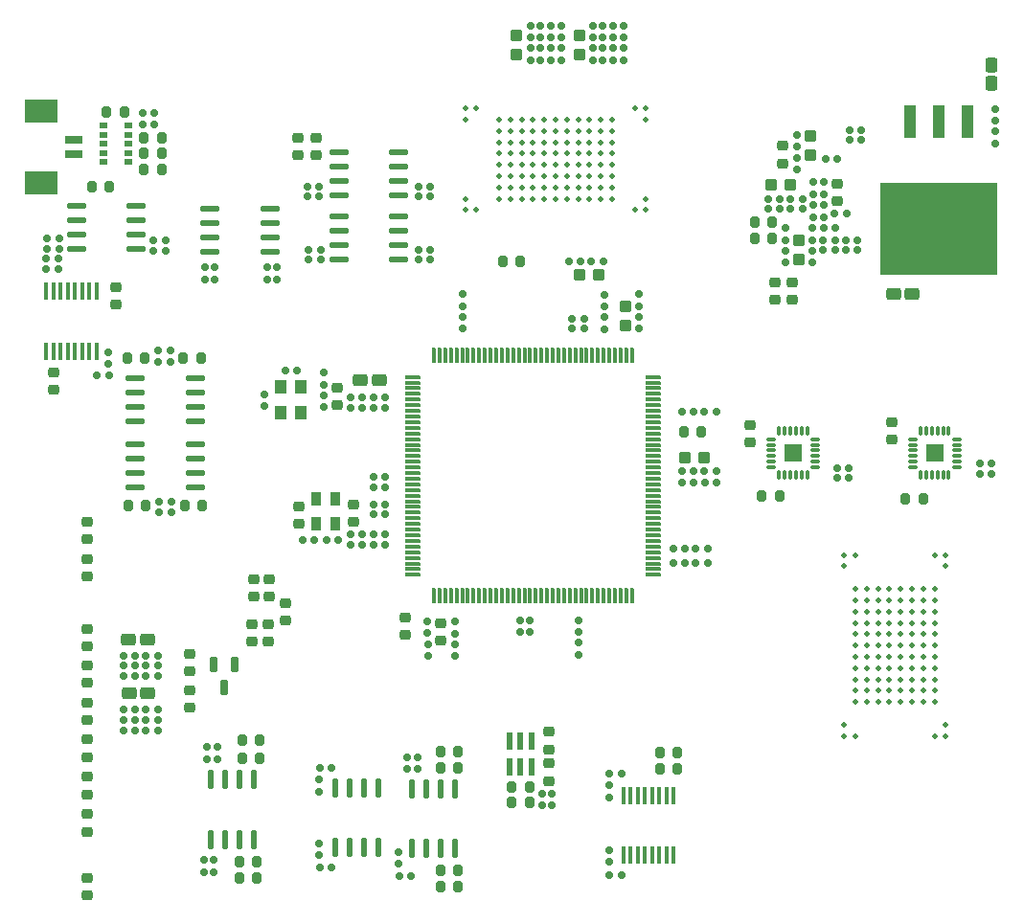
<source format=gbr>
G04*
G04 #@! TF.GenerationSoftware,Altium Limited,Altium Designer,24.9.1 (31)*
G04*
G04 Layer_Color=128*
%FSLAX44Y44*%
%MOMM*%
G71*
G04*
G04 #@! TF.SameCoordinates,53B56B76-3513-4A50-83E2-B057AF0B12CA*
G04*
G04*
G04 #@! TF.FilePolarity,Positive*
G04*
G01*
G75*
G04:AMPARAMS|DCode=23|XSize=0.95mm|YSize=0.85mm|CornerRadius=0.2125mm|HoleSize=0mm|Usage=FLASHONLY|Rotation=90.000|XOffset=0mm|YOffset=0mm|HoleType=Round|Shape=RoundedRectangle|*
%AMROUNDEDRECTD23*
21,1,0.9500,0.4250,0,0,90.0*
21,1,0.5250,0.8500,0,0,90.0*
1,1,0.4250,0.2125,0.2625*
1,1,0.4250,0.2125,-0.2625*
1,1,0.4250,-0.2125,-0.2625*
1,1,0.4250,-0.2125,0.2625*
%
%ADD23ROUNDEDRECTD23*%
G04:AMPARAMS|DCode=24|XSize=1.1mm|YSize=1mm|CornerRadius=0.25mm|HoleSize=0mm|Usage=FLASHONLY|Rotation=270.000|XOffset=0mm|YOffset=0mm|HoleType=Round|Shape=RoundedRectangle|*
%AMROUNDEDRECTD24*
21,1,1.1000,0.5000,0,0,270.0*
21,1,0.6000,1.0000,0,0,270.0*
1,1,0.5000,-0.2500,-0.3000*
1,1,0.5000,-0.2500,0.3000*
1,1,0.5000,0.2500,0.3000*
1,1,0.5000,0.2500,-0.3000*
%
%ADD24ROUNDEDRECTD24*%
G04:AMPARAMS|DCode=25|XSize=0.65mm|YSize=0.6mm|CornerRadius=0.15mm|HoleSize=0mm|Usage=FLASHONLY|Rotation=180.000|XOffset=0mm|YOffset=0mm|HoleType=Round|Shape=RoundedRectangle|*
%AMROUNDEDRECTD25*
21,1,0.6500,0.3000,0,0,180.0*
21,1,0.3500,0.6000,0,0,180.0*
1,1,0.3000,-0.1750,0.1500*
1,1,0.3000,0.1750,0.1500*
1,1,0.3000,0.1750,-0.1500*
1,1,0.3000,-0.1750,-0.1500*
%
%ADD25ROUNDEDRECTD25*%
G04:AMPARAMS|DCode=26|XSize=0.65mm|YSize=0.6mm|CornerRadius=0.15mm|HoleSize=0mm|Usage=FLASHONLY|Rotation=270.000|XOffset=0mm|YOffset=0mm|HoleType=Round|Shape=RoundedRectangle|*
%AMROUNDEDRECTD26*
21,1,0.6500,0.3000,0,0,270.0*
21,1,0.3500,0.6000,0,0,270.0*
1,1,0.3000,-0.1500,-0.1750*
1,1,0.3000,-0.1500,0.1750*
1,1,0.3000,0.1500,0.1750*
1,1,0.3000,0.1500,-0.1750*
%
%ADD26ROUNDEDRECTD26*%
%ADD27R,0.9500X1.2000*%
G04:AMPARAMS|DCode=28|XSize=1.64mm|YSize=0.59mm|CornerRadius=0.1475mm|HoleSize=0mm|Usage=FLASHONLY|Rotation=0.000|XOffset=0mm|YOffset=0mm|HoleType=Round|Shape=RoundedRectangle|*
%AMROUNDEDRECTD28*
21,1,1.6400,0.2950,0,0,0.0*
21,1,1.3450,0.5900,0,0,0.0*
1,1,0.2950,0.6725,-0.1475*
1,1,0.2950,-0.6725,-0.1475*
1,1,0.2950,-0.6725,0.1475*
1,1,0.2950,0.6725,0.1475*
%
%ADD28ROUNDEDRECTD28*%
G04:AMPARAMS|DCode=37|XSize=0.95mm|YSize=0.85mm|CornerRadius=0.2125mm|HoleSize=0mm|Usage=FLASHONLY|Rotation=180.000|XOffset=0mm|YOffset=0mm|HoleType=Round|Shape=RoundedRectangle|*
%AMROUNDEDRECTD37*
21,1,0.9500,0.4250,0,0,180.0*
21,1,0.5250,0.8500,0,0,180.0*
1,1,0.4250,-0.2625,0.2125*
1,1,0.4250,0.2625,0.2125*
1,1,0.4250,0.2625,-0.2125*
1,1,0.4250,-0.2625,-0.2125*
%
%ADD37ROUNDEDRECTD37*%
G04:AMPARAMS|DCode=52|XSize=1.1mm|YSize=1.3mm|CornerRadius=0.25mm|HoleSize=0mm|Usage=FLASHONLY|Rotation=180.000|XOffset=0mm|YOffset=0mm|HoleType=Round|Shape=RoundedRectangle|*
%AMROUNDEDRECTD52*
21,1,1.1000,0.8000,0,0,180.0*
21,1,0.6000,1.3000,0,0,180.0*
1,1,0.5000,-0.3000,0.4000*
1,1,0.5000,0.3000,0.4000*
1,1,0.5000,0.3000,-0.4000*
1,1,0.5000,-0.3000,-0.4000*
%
%ADD52ROUNDEDRECTD52*%
G04:AMPARAMS|DCode=144|XSize=1.6002mm|YSize=0.3556mm|CornerRadius=0.0889mm|HoleSize=0mm|Usage=FLASHONLY|Rotation=270.000|XOffset=0mm|YOffset=0mm|HoleType=Round|Shape=RoundedRectangle|*
%AMROUNDEDRECTD144*
21,1,1.6002,0.1778,0,0,270.0*
21,1,1.4224,0.3556,0,0,270.0*
1,1,0.1778,-0.0889,-0.7112*
1,1,0.1778,-0.0889,0.7112*
1,1,0.1778,0.0889,0.7112*
1,1,0.1778,0.0889,-0.7112*
%
%ADD144ROUNDEDRECTD144*%
G04:AMPARAMS|DCode=145|XSize=1.64mm|YSize=0.59mm|CornerRadius=0.1475mm|HoleSize=0mm|Usage=FLASHONLY|Rotation=270.000|XOffset=0mm|YOffset=0mm|HoleType=Round|Shape=RoundedRectangle|*
%AMROUNDEDRECTD145*
21,1,1.6400,0.2950,0,0,270.0*
21,1,1.3450,0.5900,0,0,270.0*
1,1,0.2950,-0.1475,-0.6725*
1,1,0.2950,-0.1475,0.6725*
1,1,0.2950,0.1475,0.6725*
1,1,0.2950,0.1475,-0.6725*
%
%ADD145ROUNDEDRECTD145*%
G04:AMPARAMS|DCode=146|XSize=1.1mm|YSize=1mm|CornerRadius=0.25mm|HoleSize=0mm|Usage=FLASHONLY|Rotation=0.000|XOffset=0mm|YOffset=0mm|HoleType=Round|Shape=RoundedRectangle|*
%AMROUNDEDRECTD146*
21,1,1.1000,0.5000,0,0,0.0*
21,1,0.6000,1.0000,0,0,0.0*
1,1,0.5000,0.3000,-0.2500*
1,1,0.5000,-0.3000,-0.2500*
1,1,0.5000,-0.3000,0.2500*
1,1,0.5000,0.3000,0.2500*
%
%ADD146ROUNDEDRECTD146*%
%ADD147R,10.4500X8.1000*%
%ADD148R,1.0000X3.0000*%
%ADD149C,0.4900*%
G04:AMPARAMS|DCode=150|XSize=0.8mm|YSize=0.26mm|CornerRadius=0.065mm|HoleSize=0mm|Usage=FLASHONLY|Rotation=180.000|XOffset=0mm|YOffset=0mm|HoleType=Round|Shape=RoundedRectangle|*
%AMROUNDEDRECTD150*
21,1,0.8000,0.1300,0,0,180.0*
21,1,0.6700,0.2600,0,0,180.0*
1,1,0.1300,-0.3350,0.0650*
1,1,0.1300,0.3350,0.0650*
1,1,0.1300,0.3350,-0.0650*
1,1,0.1300,-0.3350,-0.0650*
%
%ADD150ROUNDEDRECTD150*%
G04:AMPARAMS|DCode=151|XSize=0.26mm|YSize=0.8mm|CornerRadius=0.065mm|HoleSize=0mm|Usage=FLASHONLY|Rotation=180.000|XOffset=0mm|YOffset=0mm|HoleType=Round|Shape=RoundedRectangle|*
%AMROUNDEDRECTD151*
21,1,0.2600,0.6700,0,0,180.0*
21,1,0.1300,0.8000,0,0,180.0*
1,1,0.1300,-0.0650,0.3350*
1,1,0.1300,0.0650,0.3350*
1,1,0.1300,0.0650,-0.3350*
1,1,0.1300,-0.0650,-0.3350*
%
%ADD151ROUNDEDRECTD151*%
%ADD153R,0.8000X0.5000*%
G04:AMPARAMS|DCode=154|XSize=1.45mm|YSize=0.59mm|CornerRadius=0.0738mm|HoleSize=0mm|Usage=FLASHONLY|Rotation=90.000|XOffset=0mm|YOffset=0mm|HoleType=Round|Shape=RoundedRectangle|*
%AMROUNDEDRECTD154*
21,1,1.4500,0.4425,0,0,90.0*
21,1,1.3025,0.5900,0,0,90.0*
1,1,0.1475,0.2213,0.6513*
1,1,0.1475,0.2213,-0.6513*
1,1,0.1475,-0.2213,-0.6513*
1,1,0.1475,-0.2213,0.6513*
%
%ADD154ROUNDEDRECTD154*%
G04:AMPARAMS|DCode=155|XSize=0.35mm|YSize=1.35mm|CornerRadius=0.0875mm|HoleSize=0mm|Usage=FLASHONLY|Rotation=0.000|XOffset=0mm|YOffset=0mm|HoleType=Round|Shape=RoundedRectangle|*
%AMROUNDEDRECTD155*
21,1,0.3500,1.1750,0,0,0.0*
21,1,0.1750,1.3500,0,0,0.0*
1,1,0.1750,0.0875,-0.5875*
1,1,0.1750,-0.0875,-0.5875*
1,1,0.1750,-0.0875,0.5875*
1,1,0.1750,0.0875,0.5875*
%
%ADD155ROUNDEDRECTD155*%
G04:AMPARAMS|DCode=156|XSize=1.35mm|YSize=0.35mm|CornerRadius=0.0875mm|HoleSize=0mm|Usage=FLASHONLY|Rotation=0.000|XOffset=0mm|YOffset=0mm|HoleType=Round|Shape=RoundedRectangle|*
%AMROUNDEDRECTD156*
21,1,1.3500,0.1750,0,0,0.0*
21,1,1.1750,0.3500,0,0,0.0*
1,1,0.1750,0.5875,-0.0875*
1,1,0.1750,-0.5875,-0.0875*
1,1,0.1750,-0.5875,0.0875*
1,1,0.1750,0.5875,0.0875*
%
%ADD156ROUNDEDRECTD156*%
%ADD157R,1.1000X1.3000*%
G04:AMPARAMS|DCode=158|XSize=1.1mm|YSize=1.3mm|CornerRadius=0.25mm|HoleSize=0mm|Usage=FLASHONLY|Rotation=270.000|XOffset=0mm|YOffset=0mm|HoleType=Round|Shape=RoundedRectangle|*
%AMROUNDEDRECTD158*
21,1,1.1000,0.8000,0,0,270.0*
21,1,0.6000,1.3000,0,0,270.0*
1,1,0.5000,-0.4000,-0.3000*
1,1,0.5000,-0.4000,0.3000*
1,1,0.5000,0.4000,0.3000*
1,1,0.5000,0.4000,-0.3000*
%
%ADD158ROUNDEDRECTD158*%
%ADD159R,3.0000X2.1000*%
%ADD160R,1.6000X0.8000*%
G04:AMPARAMS|DCode=161|XSize=1.32mm|YSize=0.6mm|CornerRadius=0.075mm|HoleSize=0mm|Usage=FLASHONLY|Rotation=270.000|XOffset=0mm|YOffset=0mm|HoleType=Round|Shape=RoundedRectangle|*
%AMROUNDEDRECTD161*
21,1,1.3200,0.4500,0,0,270.0*
21,1,1.1700,0.6000,0,0,270.0*
1,1,0.1500,-0.2250,-0.5850*
1,1,0.1500,-0.2250,0.5850*
1,1,0.1500,0.2250,0.5850*
1,1,0.1500,0.2250,-0.5850*
%
%ADD161ROUNDEDRECTD161*%
%ADD188R,1.6128X1.6128*%
D23*
X597750Y221000D02*
D03*
X582250D02*
D03*
X127000Y584000D02*
D03*
X111500D02*
D03*
X603250Y519000D02*
D03*
X618750D02*
D03*
X687750Y462000D02*
D03*
X672250D02*
D03*
X814750Y460000D02*
D03*
X799250D02*
D03*
X443250Y670000D02*
D03*
X458750D02*
D03*
X80250Y736000D02*
D03*
X95750D02*
D03*
X141750Y779000D02*
D03*
X126250D02*
D03*
X141750Y751000D02*
D03*
X126250D02*
D03*
X141750Y765000D02*
D03*
X126250D02*
D03*
X93250Y801500D02*
D03*
X108750D02*
D03*
X451250Y205000D02*
D03*
X466750D02*
D03*
X451250Y191000D02*
D03*
X466750D02*
D03*
X161000Y584000D02*
D03*
X176500D02*
D03*
X162250Y454000D02*
D03*
X177750D02*
D03*
X112250D02*
D03*
X127750D02*
D03*
X666250Y704000D02*
D03*
X681750D02*
D03*
X666250Y690000D02*
D03*
X681750D02*
D03*
X228750Y230000D02*
D03*
X213250D02*
D03*
X225750Y139000D02*
D03*
X210250D02*
D03*
X228750Y246000D02*
D03*
X213250D02*
D03*
X225750Y124000D02*
D03*
X210250D02*
D03*
X403750Y222000D02*
D03*
X388250D02*
D03*
X403750Y131000D02*
D03*
X388250D02*
D03*
X403750Y236000D02*
D03*
X388250D02*
D03*
X403750Y117000D02*
D03*
X388250D02*
D03*
X597750Y235000D02*
D03*
X582250D02*
D03*
D24*
X551796Y629814D02*
D03*
Y612814D02*
D03*
X704990Y670994D02*
D03*
Y687995D02*
D03*
X715480Y763494D02*
D03*
Y780495D02*
D03*
X511000Y852500D02*
D03*
Y869500D02*
D03*
X455000D02*
D03*
Y852500D02*
D03*
D25*
X760500Y777000D02*
D03*
X750000D02*
D03*
X760500Y786000D02*
D03*
X750000D02*
D03*
X107750Y273000D02*
D03*
X118250D02*
D03*
Y264000D02*
D03*
X107750D02*
D03*
Y255000D02*
D03*
X118250D02*
D03*
X118250Y321000D02*
D03*
X107750D02*
D03*
Y312000D02*
D03*
X118250D02*
D03*
Y303000D02*
D03*
X107750D02*
D03*
X127750Y273000D02*
D03*
X138250D02*
D03*
Y264000D02*
D03*
X127750D02*
D03*
Y255000D02*
D03*
X138250D02*
D03*
X138250Y321000D02*
D03*
X127750D02*
D03*
Y312000D02*
D03*
X138250D02*
D03*
Y303000D02*
D03*
X127750D02*
D03*
X251000Y573000D02*
D03*
X261500D02*
D03*
X277000Y423000D02*
D03*
X266500D02*
D03*
X287500D02*
D03*
X298000D02*
D03*
X621796Y474000D02*
D03*
X632296D02*
D03*
X339250Y470000D02*
D03*
X328750D02*
D03*
Y446000D02*
D03*
X339250D02*
D03*
X308750Y419000D02*
D03*
X319250D02*
D03*
X624296Y403000D02*
D03*
X613796D02*
D03*
X621546Y537000D02*
D03*
X632046D02*
D03*
X515250Y619000D02*
D03*
X504750D02*
D03*
X308750Y549000D02*
D03*
X319250D02*
D03*
Y540000D02*
D03*
X308750D02*
D03*
X612296Y474000D02*
D03*
X601796D02*
D03*
X339250Y479000D02*
D03*
X328750D02*
D03*
Y455000D02*
D03*
X339250D02*
D03*
Y419000D02*
D03*
X328750D02*
D03*
X593796Y403000D02*
D03*
X604296D02*
D03*
X612046Y537000D02*
D03*
X601546D02*
D03*
X515250Y610000D02*
D03*
X504750D02*
D03*
X339250Y549000D02*
D03*
X328750D02*
D03*
Y540000D02*
D03*
X339250D02*
D03*
X308750Y428000D02*
D03*
X319250D02*
D03*
X621546Y484000D02*
D03*
X632046D02*
D03*
X624250Y416000D02*
D03*
X613750D02*
D03*
X328750Y428000D02*
D03*
X339250D02*
D03*
X601546Y484000D02*
D03*
X612046D02*
D03*
X604250Y416000D02*
D03*
X593750D02*
D03*
X379250Y736000D02*
D03*
X368750D02*
D03*
X281250Y736000D02*
D03*
X270750D02*
D03*
X368750Y727000D02*
D03*
X379250D02*
D03*
X270750Y727000D02*
D03*
X281250D02*
D03*
X271750Y680000D02*
D03*
X282250D02*
D03*
X368750D02*
D03*
X379250D02*
D03*
X282250Y671000D02*
D03*
X271750D02*
D03*
X379250Y671000D02*
D03*
X368750D02*
D03*
X40750Y690000D02*
D03*
X51250D02*
D03*
X40750Y681000D02*
D03*
X51250D02*
D03*
X134750Y688000D02*
D03*
X145250D02*
D03*
X134750Y679000D02*
D03*
X145250D02*
D03*
X95250Y569000D02*
D03*
X84750D02*
D03*
X40000Y672000D02*
D03*
X50500D02*
D03*
X40000Y663000D02*
D03*
X50500D02*
D03*
X281750Y222000D02*
D03*
X292250D02*
D03*
X281750Y134000D02*
D03*
X292250D02*
D03*
X548250Y127000D02*
D03*
X537750D02*
D03*
Y217000D02*
D03*
X548250D02*
D03*
X351750Y126000D02*
D03*
X362250D02*
D03*
X736990Y688494D02*
D03*
X726490D02*
D03*
Y679494D02*
D03*
X736990D02*
D03*
X726740Y699494D02*
D03*
X737240D02*
D03*
X697750Y716000D02*
D03*
X708250D02*
D03*
Y725000D02*
D03*
X697750D02*
D03*
X756990Y688494D02*
D03*
X746490D02*
D03*
Y679494D02*
D03*
X756990D02*
D03*
X736750Y712000D02*
D03*
X747250D02*
D03*
X677750Y716000D02*
D03*
X688250D02*
D03*
Y725000D02*
D03*
X677750D02*
D03*
X739250Y760000D02*
D03*
X728750D02*
D03*
X149250Y591000D02*
D03*
X138750D02*
D03*
Y581000D02*
D03*
X149250D02*
D03*
X139750Y457000D02*
D03*
X150250D02*
D03*
X139750Y448000D02*
D03*
X150250D02*
D03*
X135250Y800500D02*
D03*
X124750D02*
D03*
X135250Y791000D02*
D03*
X124750D02*
D03*
X501750Y669797D02*
D03*
X512250D02*
D03*
X532250D02*
D03*
X521750D02*
D03*
X875250Y482000D02*
D03*
X864750D02*
D03*
X875250Y491000D02*
D03*
X864750D02*
D03*
X749250Y478000D02*
D03*
X738750D02*
D03*
X749250Y487000D02*
D03*
X738750D02*
D03*
D26*
X285000Y560750D02*
D03*
Y571250D02*
D03*
Y551250D02*
D03*
Y540750D02*
D03*
X233000Y541750D02*
D03*
Y552250D02*
D03*
X377000Y331250D02*
D03*
Y320750D02*
D03*
X467000Y352250D02*
D03*
Y341750D02*
D03*
X510000Y332250D02*
D03*
Y321750D02*
D03*
X407796Y640564D02*
D03*
Y630064D02*
D03*
X376796Y340750D02*
D03*
Y351250D02*
D03*
X458796Y352250D02*
D03*
Y341750D02*
D03*
X510000Y341750D02*
D03*
Y352250D02*
D03*
X407796Y610064D02*
D03*
Y620564D02*
D03*
X563796Y630064D02*
D03*
Y640564D02*
D03*
X532796Y640250D02*
D03*
Y629750D02*
D03*
X400796Y331250D02*
D03*
Y320750D02*
D03*
X563796Y610064D02*
D03*
Y620564D02*
D03*
X532796Y620250D02*
D03*
Y609750D02*
D03*
X400796Y351000D02*
D03*
Y340500D02*
D03*
X244000Y653750D02*
D03*
Y664250D02*
D03*
X189000Y664250D02*
D03*
Y653750D02*
D03*
X235000Y664250D02*
D03*
Y653750D02*
D03*
X180000Y653750D02*
D03*
Y664250D02*
D03*
X95000Y578750D02*
D03*
Y589250D02*
D03*
X281000Y200750D02*
D03*
Y211250D02*
D03*
Y155250D02*
D03*
Y144750D02*
D03*
X537000Y149250D02*
D03*
Y138750D02*
D03*
Y206250D02*
D03*
Y195750D02*
D03*
X368000Y220500D02*
D03*
Y231000D02*
D03*
X351000Y147250D02*
D03*
Y136750D02*
D03*
X359000Y231000D02*
D03*
Y220500D02*
D03*
X179000Y129750D02*
D03*
Y140250D02*
D03*
X191000Y229750D02*
D03*
Y240250D02*
D03*
X188000Y140250D02*
D03*
Y129750D02*
D03*
X182000Y240250D02*
D03*
Y229750D02*
D03*
X692990Y688494D02*
D03*
Y698995D02*
D03*
X716990Y688494D02*
D03*
Y698995D02*
D03*
X717990Y708995D02*
D03*
Y719494D02*
D03*
X692990Y668494D02*
D03*
Y678995D02*
D03*
X716990Y668494D02*
D03*
Y678995D02*
D03*
X717990Y728995D02*
D03*
Y739494D02*
D03*
X726990Y719494D02*
D03*
Y708995D02*
D03*
Y728995D02*
D03*
Y739494D02*
D03*
X703480Y781495D02*
D03*
Y770994D02*
D03*
Y750994D02*
D03*
Y761495D02*
D03*
X478000Y188750D02*
D03*
Y199250D02*
D03*
X487000Y188750D02*
D03*
Y199250D02*
D03*
X549796Y878250D02*
D03*
Y867750D02*
D03*
X540796D02*
D03*
Y878250D02*
D03*
X531796D02*
D03*
Y867750D02*
D03*
X522796D02*
D03*
Y878250D02*
D03*
X494796D02*
D03*
Y867750D02*
D03*
X485796D02*
D03*
Y878250D02*
D03*
X476796D02*
D03*
Y867750D02*
D03*
X467796D02*
D03*
Y878250D02*
D03*
X549796Y858250D02*
D03*
Y847750D02*
D03*
X540796D02*
D03*
Y858250D02*
D03*
X531796D02*
D03*
Y847750D02*
D03*
X522796D02*
D03*
Y858250D02*
D03*
X494796D02*
D03*
Y847750D02*
D03*
X485796D02*
D03*
Y858250D02*
D03*
X476796D02*
D03*
Y847750D02*
D03*
X467796D02*
D03*
Y858250D02*
D03*
X879000Y774000D02*
D03*
Y784500D02*
D03*
Y804500D02*
D03*
Y794000D02*
D03*
D27*
X278000Y438000D02*
D03*
Y460000D02*
D03*
X295500D02*
D03*
Y438000D02*
D03*
D28*
X171350Y566050D02*
D03*
Y553350D02*
D03*
Y540650D02*
D03*
Y527950D02*
D03*
X118650D02*
D03*
Y540650D02*
D03*
Y553350D02*
D03*
Y566050D02*
D03*
X118650Y469950D02*
D03*
Y482650D02*
D03*
Y495350D02*
D03*
Y508050D02*
D03*
X171350D02*
D03*
Y495350D02*
D03*
Y482650D02*
D03*
Y469950D02*
D03*
X66650Y680950D02*
D03*
Y693650D02*
D03*
Y706350D02*
D03*
Y719050D02*
D03*
X119350D02*
D03*
Y706350D02*
D03*
Y693650D02*
D03*
Y680950D02*
D03*
X298650Y727950D02*
D03*
Y740650D02*
D03*
Y753350D02*
D03*
Y766050D02*
D03*
X351350D02*
D03*
Y753350D02*
D03*
Y740650D02*
D03*
Y727950D02*
D03*
X184650Y677950D02*
D03*
Y690650D02*
D03*
Y703350D02*
D03*
Y716050D02*
D03*
X237350D02*
D03*
Y703350D02*
D03*
Y690650D02*
D03*
Y677950D02*
D03*
X298650Y670950D02*
D03*
Y683650D02*
D03*
Y696350D02*
D03*
Y709050D02*
D03*
X351350D02*
D03*
Y696350D02*
D03*
Y683650D02*
D03*
Y670950D02*
D03*
D37*
X251000Y352250D02*
D03*
Y367750D02*
D03*
X223000Y373250D02*
D03*
Y388750D02*
D03*
X237000Y373250D02*
D03*
Y388750D02*
D03*
X76000Y344750D02*
D03*
Y329250D02*
D03*
X311000Y454750D02*
D03*
Y439250D02*
D03*
X262750Y437250D02*
D03*
Y452750D02*
D03*
X76000Y109250D02*
D03*
Y124750D02*
D03*
X76000Y406750D02*
D03*
Y391250D02*
D03*
X167000Y290750D02*
D03*
Y275250D02*
D03*
X76000Y180750D02*
D03*
Y165250D02*
D03*
Y213750D02*
D03*
Y198250D02*
D03*
X236000Y348750D02*
D03*
Y333250D02*
D03*
X76000Y312750D02*
D03*
Y297250D02*
D03*
X167000Y322750D02*
D03*
Y307250D02*
D03*
X76000Y231250D02*
D03*
Y246750D02*
D03*
Y264250D02*
D03*
Y279750D02*
D03*
X297000Y557750D02*
D03*
Y542250D02*
D03*
X662000Y524750D02*
D03*
Y509250D02*
D03*
X787000Y527750D02*
D03*
Y512250D02*
D03*
X222000Y333250D02*
D03*
Y348750D02*
D03*
X484000Y210250D02*
D03*
Y225750D02*
D03*
Y238250D02*
D03*
Y253750D02*
D03*
X738990Y722745D02*
D03*
Y738244D02*
D03*
X691000Y771750D02*
D03*
Y756250D02*
D03*
X698990Y651245D02*
D03*
Y635745D02*
D03*
X683990Y651245D02*
D03*
Y635745D02*
D03*
X76000Y424250D02*
D03*
Y439750D02*
D03*
X101000Y631250D02*
D03*
Y646750D02*
D03*
X46000Y571750D02*
D03*
Y556250D02*
D03*
X278000Y778750D02*
D03*
Y763250D02*
D03*
X262000Y778750D02*
D03*
Y763250D02*
D03*
X357000Y354750D02*
D03*
Y339250D02*
D03*
X388796Y349750D02*
D03*
Y334250D02*
D03*
D52*
X875000Y826750D02*
D03*
Y843250D02*
D03*
D144*
X549775Y144457D02*
D03*
X556125D02*
D03*
X562475D02*
D03*
X568825D02*
D03*
X575175D02*
D03*
X581525D02*
D03*
X587875D02*
D03*
X594225D02*
D03*
Y197543D02*
D03*
X587875D02*
D03*
X581525D02*
D03*
X575175D02*
D03*
X568825D02*
D03*
X562475D02*
D03*
X556125D02*
D03*
X549775D02*
D03*
X84225Y590457D02*
D03*
X77875D02*
D03*
X71525D02*
D03*
X65175D02*
D03*
X58825D02*
D03*
X52475D02*
D03*
X46125D02*
D03*
X39775D02*
D03*
Y643543D02*
D03*
X46125D02*
D03*
X52475D02*
D03*
X58825D02*
D03*
X65175D02*
D03*
X71525D02*
D03*
X77875D02*
D03*
X84225D02*
D03*
D145*
X294950Y151650D02*
D03*
X307650D02*
D03*
X320350D02*
D03*
X333050D02*
D03*
Y204350D02*
D03*
X320350D02*
D03*
X307650D02*
D03*
X294950D02*
D03*
X184950Y211350D02*
D03*
X197650D02*
D03*
X210350D02*
D03*
X223050D02*
D03*
Y158650D02*
D03*
X210350D02*
D03*
X197650D02*
D03*
X184950D02*
D03*
X362950Y203350D02*
D03*
X375650D02*
D03*
X388350D02*
D03*
X401050D02*
D03*
Y150650D02*
D03*
X388350D02*
D03*
X375650D02*
D03*
X362950D02*
D03*
D146*
X604296Y496000D02*
D03*
X621296D02*
D03*
X697500Y737000D02*
D03*
X680500D02*
D03*
X528500Y657796D02*
D03*
X511500D02*
D03*
D147*
X829000Y698500D02*
D03*
D148*
X854400Y793000D02*
D03*
X829000D02*
D03*
X803600D02*
D03*
D149*
X745000Y250000D02*
D03*
X755000D02*
D03*
X825000D02*
D03*
X835000D02*
D03*
X745000Y260000D02*
D03*
X835000D02*
D03*
X755000Y280000D02*
D03*
X765000D02*
D03*
X775000D02*
D03*
X785000D02*
D03*
X795000D02*
D03*
X805000D02*
D03*
X815000D02*
D03*
X825000D02*
D03*
X755000Y290000D02*
D03*
X765000D02*
D03*
X775000D02*
D03*
X785000D02*
D03*
X795000D02*
D03*
X805000D02*
D03*
X815000D02*
D03*
X825000D02*
D03*
X755000Y300000D02*
D03*
X765000D02*
D03*
X775000D02*
D03*
X785000D02*
D03*
X795000D02*
D03*
X805000D02*
D03*
X815000D02*
D03*
X825000D02*
D03*
X755000Y310000D02*
D03*
X765000D02*
D03*
X775000D02*
D03*
X785000D02*
D03*
X795000D02*
D03*
X805000D02*
D03*
X815000D02*
D03*
X825000D02*
D03*
X755000Y320000D02*
D03*
X765000D02*
D03*
X775000D02*
D03*
X785000D02*
D03*
X795000D02*
D03*
X805000D02*
D03*
X815000D02*
D03*
X825000D02*
D03*
X755000Y330000D02*
D03*
X765000D02*
D03*
X775000D02*
D03*
X785000D02*
D03*
X795000D02*
D03*
X805000D02*
D03*
X815000D02*
D03*
X825000D02*
D03*
X755000Y340000D02*
D03*
X765000D02*
D03*
X775000D02*
D03*
X785000D02*
D03*
X795000D02*
D03*
X805000D02*
D03*
X815000D02*
D03*
X825000D02*
D03*
X755000Y350000D02*
D03*
X765000D02*
D03*
X775000D02*
D03*
X785000D02*
D03*
X795000D02*
D03*
X805000D02*
D03*
X815000D02*
D03*
X825000D02*
D03*
X755000Y360000D02*
D03*
X765000D02*
D03*
X775000D02*
D03*
X785000D02*
D03*
X795000D02*
D03*
X805000D02*
D03*
X815000D02*
D03*
X825000D02*
D03*
X755000Y370000D02*
D03*
X765000D02*
D03*
X775000D02*
D03*
X785000D02*
D03*
X795000D02*
D03*
X805000D02*
D03*
X815000D02*
D03*
X825000D02*
D03*
X755000Y380000D02*
D03*
X765000D02*
D03*
X775000D02*
D03*
X785000D02*
D03*
X795000D02*
D03*
X805000D02*
D03*
X815000D02*
D03*
X825000D02*
D03*
X745000Y400000D02*
D03*
X835000D02*
D03*
X745000Y410000D02*
D03*
X755000D02*
D03*
X825000D02*
D03*
X835000D02*
D03*
X570000Y715000D02*
D03*
Y725000D02*
D03*
Y795000D02*
D03*
Y805000D02*
D03*
X560000Y715000D02*
D03*
Y805000D02*
D03*
X540000Y725000D02*
D03*
Y735000D02*
D03*
Y745000D02*
D03*
Y755000D02*
D03*
Y765000D02*
D03*
Y775000D02*
D03*
Y785000D02*
D03*
Y795000D02*
D03*
X530000Y725000D02*
D03*
Y735000D02*
D03*
Y745000D02*
D03*
Y755000D02*
D03*
Y765000D02*
D03*
Y775000D02*
D03*
Y785000D02*
D03*
Y795000D02*
D03*
X520000Y725000D02*
D03*
Y735000D02*
D03*
Y745000D02*
D03*
Y755000D02*
D03*
Y765000D02*
D03*
Y775000D02*
D03*
Y785000D02*
D03*
Y795000D02*
D03*
X510000Y725000D02*
D03*
Y735000D02*
D03*
Y745000D02*
D03*
Y755000D02*
D03*
Y765000D02*
D03*
Y775000D02*
D03*
Y785000D02*
D03*
Y795000D02*
D03*
X500000Y725000D02*
D03*
Y735000D02*
D03*
Y745000D02*
D03*
Y755000D02*
D03*
Y765000D02*
D03*
Y775000D02*
D03*
Y785000D02*
D03*
Y795000D02*
D03*
X490000Y725000D02*
D03*
Y735000D02*
D03*
Y745000D02*
D03*
Y755000D02*
D03*
Y765000D02*
D03*
Y775000D02*
D03*
Y785000D02*
D03*
Y795000D02*
D03*
X480000Y725000D02*
D03*
Y735000D02*
D03*
Y745000D02*
D03*
Y755000D02*
D03*
Y765000D02*
D03*
Y775000D02*
D03*
Y785000D02*
D03*
Y795000D02*
D03*
X470000Y725000D02*
D03*
Y735000D02*
D03*
Y745000D02*
D03*
Y755000D02*
D03*
Y765000D02*
D03*
Y775000D02*
D03*
Y785000D02*
D03*
Y795000D02*
D03*
X460000Y725000D02*
D03*
Y735000D02*
D03*
Y745000D02*
D03*
Y755000D02*
D03*
Y765000D02*
D03*
Y775000D02*
D03*
Y785000D02*
D03*
Y795000D02*
D03*
X450000Y725000D02*
D03*
Y735000D02*
D03*
Y745000D02*
D03*
Y755000D02*
D03*
Y765000D02*
D03*
Y775000D02*
D03*
Y785000D02*
D03*
Y795000D02*
D03*
X440000Y725000D02*
D03*
Y735000D02*
D03*
Y745000D02*
D03*
Y755000D02*
D03*
Y765000D02*
D03*
Y775000D02*
D03*
Y785000D02*
D03*
Y795000D02*
D03*
X420000Y715000D02*
D03*
Y805000D02*
D03*
X410000Y715000D02*
D03*
Y725000D02*
D03*
Y795000D02*
D03*
Y805000D02*
D03*
D150*
X719512Y512500D02*
D03*
Y507500D02*
D03*
Y502500D02*
D03*
Y497500D02*
D03*
Y492500D02*
D03*
Y487500D02*
D03*
X680488D02*
D03*
Y492500D02*
D03*
Y497500D02*
D03*
Y502500D02*
D03*
Y507500D02*
D03*
Y512500D02*
D03*
X844512D02*
D03*
Y507500D02*
D03*
Y502500D02*
D03*
Y497500D02*
D03*
Y492500D02*
D03*
Y487500D02*
D03*
X805488D02*
D03*
Y492500D02*
D03*
Y497500D02*
D03*
Y502500D02*
D03*
Y507500D02*
D03*
Y512500D02*
D03*
D151*
X712500Y480488D02*
D03*
Y519512D02*
D03*
X707500Y480488D02*
D03*
Y519512D02*
D03*
X702500Y480488D02*
D03*
Y519512D02*
D03*
X697500Y480488D02*
D03*
Y519512D02*
D03*
X687500Y480488D02*
D03*
Y519512D02*
D03*
X692500Y480488D02*
D03*
Y519512D02*
D03*
X837500Y480488D02*
D03*
Y519512D02*
D03*
X832500Y480488D02*
D03*
Y519512D02*
D03*
X827500Y480488D02*
D03*
Y519512D02*
D03*
X822500Y480488D02*
D03*
Y519512D02*
D03*
X812500Y480488D02*
D03*
Y519512D02*
D03*
X817500Y480488D02*
D03*
Y519512D02*
D03*
D153*
X90000Y789500D02*
D03*
Y781500D02*
D03*
Y773500D02*
D03*
Y765500D02*
D03*
Y757500D02*
D03*
X112000D02*
D03*
Y765500D02*
D03*
Y773500D02*
D03*
Y781500D02*
D03*
Y789500D02*
D03*
D154*
X468500Y222450D02*
D03*
X459000D02*
D03*
X449500D02*
D03*
Y245550D02*
D03*
X459000D02*
D03*
X468500D02*
D03*
D155*
X382500Y373750D02*
D03*
X387500D02*
D03*
X392500D02*
D03*
X397500D02*
D03*
X402500D02*
D03*
X407500D02*
D03*
X412500D02*
D03*
X417500D02*
D03*
X422500D02*
D03*
X427500D02*
D03*
X432500D02*
D03*
X437500D02*
D03*
X442500D02*
D03*
X447500D02*
D03*
X452500D02*
D03*
X457500D02*
D03*
X462500D02*
D03*
X467500D02*
D03*
X472500D02*
D03*
X477500D02*
D03*
X482500D02*
D03*
X487500D02*
D03*
X492500D02*
D03*
X497500D02*
D03*
X502500D02*
D03*
X507500D02*
D03*
X512500D02*
D03*
X517500D02*
D03*
X522500D02*
D03*
X527500D02*
D03*
X532500D02*
D03*
X537500D02*
D03*
X542500D02*
D03*
X547500D02*
D03*
X552500D02*
D03*
X557500D02*
D03*
Y586250D02*
D03*
X552500D02*
D03*
X547500D02*
D03*
X542500D02*
D03*
X537500D02*
D03*
X532500D02*
D03*
X527500D02*
D03*
X522500D02*
D03*
X517500D02*
D03*
X512500D02*
D03*
X507500D02*
D03*
X502500D02*
D03*
X497500D02*
D03*
X492500D02*
D03*
X487500D02*
D03*
X482500D02*
D03*
X477500D02*
D03*
X472500D02*
D03*
X467500D02*
D03*
X462500D02*
D03*
X457500D02*
D03*
X452500D02*
D03*
X447500D02*
D03*
X442500D02*
D03*
X437500D02*
D03*
X432500D02*
D03*
X427500D02*
D03*
X422500D02*
D03*
X417500D02*
D03*
X412500D02*
D03*
X407500D02*
D03*
X402500D02*
D03*
X397500D02*
D03*
X392500D02*
D03*
X387500D02*
D03*
X382500D02*
D03*
D156*
X576250Y392500D02*
D03*
Y397500D02*
D03*
Y402500D02*
D03*
Y407500D02*
D03*
Y412500D02*
D03*
Y417500D02*
D03*
Y422500D02*
D03*
Y427500D02*
D03*
Y432500D02*
D03*
Y437500D02*
D03*
Y442500D02*
D03*
Y447500D02*
D03*
Y452500D02*
D03*
Y457500D02*
D03*
Y462500D02*
D03*
Y467500D02*
D03*
Y472500D02*
D03*
Y477500D02*
D03*
Y482500D02*
D03*
Y487500D02*
D03*
Y492500D02*
D03*
Y497500D02*
D03*
Y502500D02*
D03*
Y507500D02*
D03*
Y512500D02*
D03*
Y517500D02*
D03*
Y522500D02*
D03*
Y527500D02*
D03*
Y532500D02*
D03*
Y537500D02*
D03*
Y542500D02*
D03*
Y547500D02*
D03*
Y552500D02*
D03*
Y557500D02*
D03*
Y562500D02*
D03*
Y567500D02*
D03*
X363750D02*
D03*
Y562500D02*
D03*
Y557500D02*
D03*
Y552500D02*
D03*
Y547500D02*
D03*
Y542500D02*
D03*
Y537500D02*
D03*
Y532500D02*
D03*
Y527500D02*
D03*
Y522500D02*
D03*
Y517500D02*
D03*
Y512500D02*
D03*
Y507500D02*
D03*
Y502500D02*
D03*
Y497500D02*
D03*
Y492500D02*
D03*
Y487500D02*
D03*
Y482500D02*
D03*
Y477500D02*
D03*
Y472500D02*
D03*
Y467500D02*
D03*
Y462500D02*
D03*
Y457500D02*
D03*
Y452500D02*
D03*
Y447500D02*
D03*
Y442500D02*
D03*
Y437500D02*
D03*
Y432500D02*
D03*
Y427500D02*
D03*
Y422500D02*
D03*
Y417500D02*
D03*
Y412500D02*
D03*
Y407500D02*
D03*
Y402500D02*
D03*
Y397500D02*
D03*
Y392500D02*
D03*
D157*
X247204Y535500D02*
D03*
Y558500D02*
D03*
X265204D02*
D03*
Y535500D02*
D03*
D158*
X112750Y335000D02*
D03*
X129250D02*
D03*
X113000Y288000D02*
D03*
X129500D02*
D03*
X334046Y565000D02*
D03*
X317546D02*
D03*
X805250Y641000D02*
D03*
X788750D02*
D03*
D159*
X35500Y802750D02*
D03*
Y739250D02*
D03*
D160*
X64500Y777250D02*
D03*
Y764750D02*
D03*
D161*
X197000Y293000D02*
D03*
X206500Y313000D02*
D03*
X187500D02*
D03*
D188*
X700000Y500000D02*
D03*
X825000D02*
D03*
M02*

</source>
